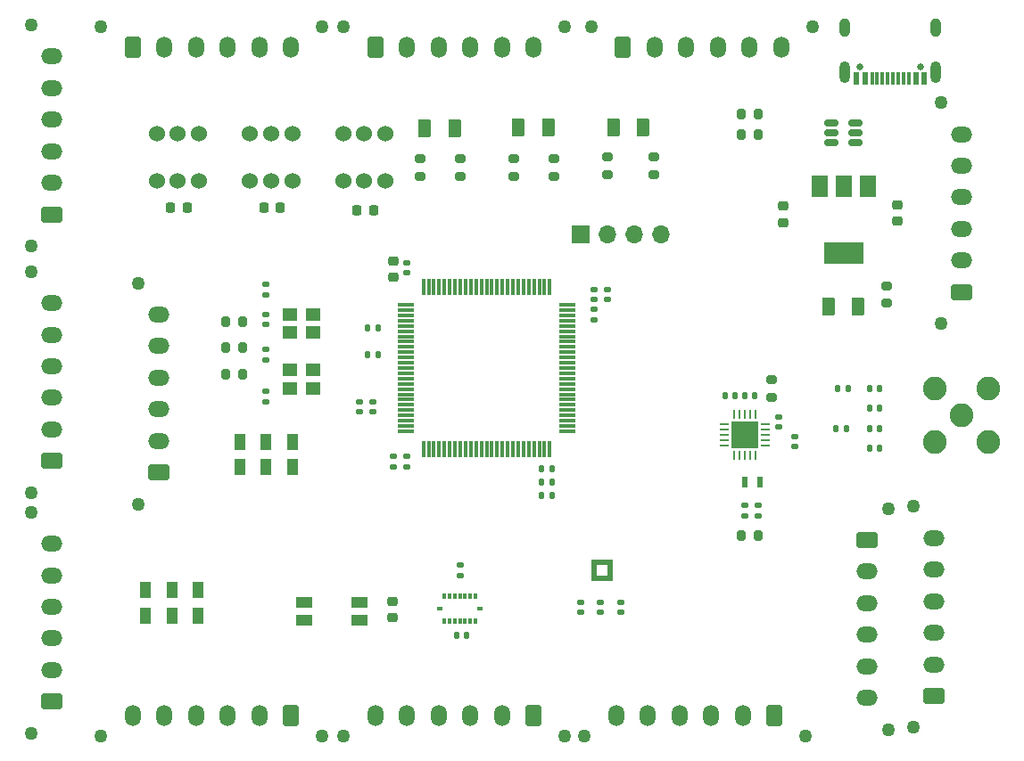
<source format=gbr>
%TF.GenerationSoftware,KiCad,Pcbnew,7.0.7*%
%TF.CreationDate,2023-09-06T20:36:42+03:00*%
%TF.ProjectId,apollo,61706f6c-6c6f-42e6-9b69-6361645f7063,rev?*%
%TF.SameCoordinates,Original*%
%TF.FileFunction,Soldermask,Top*%
%TF.FilePolarity,Negative*%
%FSLAX46Y46*%
G04 Gerber Fmt 4.6, Leading zero omitted, Abs format (unit mm)*
G04 Created by KiCad (PCBNEW 7.0.7) date 2023-09-06 20:36:42*
%MOMM*%
%LPD*%
G01*
G04 APERTURE LIST*
G04 Aperture macros list*
%AMRoundRect*
0 Rectangle with rounded corners*
0 $1 Rounding radius*
0 $2 $3 $4 $5 $6 $7 $8 $9 X,Y pos of 4 corners*
0 Add a 4 corners polygon primitive as box body*
4,1,4,$2,$3,$4,$5,$6,$7,$8,$9,$2,$3,0*
0 Add four circle primitives for the rounded corners*
1,1,$1+$1,$2,$3*
1,1,$1+$1,$4,$5*
1,1,$1+$1,$6,$7*
1,1,$1+$1,$8,$9*
0 Add four rect primitives between the rounded corners*
20,1,$1+$1,$2,$3,$4,$5,0*
20,1,$1+$1,$4,$5,$6,$7,0*
20,1,$1+$1,$6,$7,$8,$9,0*
20,1,$1+$1,$8,$9,$2,$3,0*%
G04 Aperture macros list end*
%ADD10C,0.010000*%
%ADD11RoundRect,0.140000X-0.170000X0.140000X-0.170000X-0.140000X0.170000X-0.140000X0.170000X0.140000X0*%
%ADD12C,1.270000*%
%ADD13RoundRect,0.250001X0.759999X-0.499999X0.759999X0.499999X-0.759999X0.499999X-0.759999X-0.499999X0*%
%ADD14O,2.020000X1.500000*%
%ADD15R,1.700000X1.700000*%
%ADD16O,1.700000X1.700000*%
%ADD17RoundRect,0.200000X-0.275000X0.200000X-0.275000X-0.200000X0.275000X-0.200000X0.275000X0.200000X0*%
%ADD18RoundRect,0.225000X-0.250000X0.225000X-0.250000X-0.225000X0.250000X-0.225000X0.250000X0.225000X0*%
%ADD19RoundRect,0.140000X0.140000X0.170000X-0.140000X0.170000X-0.140000X-0.170000X0.140000X-0.170000X0*%
%ADD20RoundRect,0.250001X-0.499999X-0.759999X0.499999X-0.759999X0.499999X0.759999X-0.499999X0.759999X0*%
%ADD21O,1.500000X2.020000*%
%ADD22O,1.000000X1.800000*%
%ADD23O,1.000000X2.100000*%
%ADD24R,0.600000X1.240000*%
%ADD25R,0.300000X1.240000*%
%ADD26C,0.650000*%
%ADD27R,0.600000X1.100000*%
%ADD28RoundRect,0.225000X-0.225000X-0.250000X0.225000X-0.250000X0.225000X0.250000X-0.225000X0.250000X0*%
%ADD29C,2.250000*%
%ADD30RoundRect,0.250001X0.499999X0.759999X-0.499999X0.759999X-0.499999X-0.759999X0.499999X-0.759999X0*%
%ADD31R,1.000000X1.600000*%
%ADD32RoundRect,0.200000X0.275000X-0.200000X0.275000X0.200000X-0.275000X0.200000X-0.275000X-0.200000X0*%
%ADD33C,1.524000*%
%ADD34RoundRect,0.140000X0.170000X-0.140000X0.170000X0.140000X-0.170000X0.140000X-0.170000X-0.140000X0*%
%ADD35RoundRect,0.075000X-0.725000X-0.075000X0.725000X-0.075000X0.725000X0.075000X-0.725000X0.075000X0*%
%ADD36RoundRect,0.075000X-0.075000X-0.725000X0.075000X-0.725000X0.075000X0.725000X-0.075000X0.725000X0*%
%ADD37RoundRect,0.140000X-0.140000X-0.170000X0.140000X-0.170000X0.140000X0.170000X-0.140000X0.170000X0*%
%ADD38RoundRect,0.250001X-0.759999X0.499999X-0.759999X-0.499999X0.759999X-0.499999X0.759999X0.499999X0*%
%ADD39RoundRect,0.250000X-0.375000X-0.625000X0.375000X-0.625000X0.375000X0.625000X-0.375000X0.625000X0*%
%ADD40RoundRect,0.147500X0.172500X-0.147500X0.172500X0.147500X-0.172500X0.147500X-0.172500X-0.147500X0*%
%ADD41R,1.400000X1.200000*%
%ADD42RoundRect,0.150000X-0.512500X-0.150000X0.512500X-0.150000X0.512500X0.150000X-0.512500X0.150000X0*%
%ADD43RoundRect,0.225000X0.250000X-0.225000X0.250000X0.225000X-0.250000X0.225000X-0.250000X-0.225000X0*%
%ADD44RoundRect,0.062500X-0.350000X-0.062500X0.350000X-0.062500X0.350000X0.062500X-0.350000X0.062500X0*%
%ADD45RoundRect,0.062500X-0.062500X-0.350000X0.062500X-0.350000X0.062500X0.350000X-0.062500X0.350000X0*%
%ADD46R,2.500000X2.500000*%
%ADD47RoundRect,0.147500X-0.147500X-0.172500X0.147500X-0.172500X0.147500X0.172500X-0.147500X0.172500X0*%
%ADD48RoundRect,0.200000X0.200000X0.275000X-0.200000X0.275000X-0.200000X-0.275000X0.200000X-0.275000X0*%
%ADD49R,0.350000X0.590000*%
%ADD50R,0.590000X0.350000*%
%ADD51R,1.500000X2.000000*%
%ADD52R,3.800000X2.000000*%
%ADD53R,1.550000X1.000000*%
%ADD54RoundRect,0.200000X-0.200000X-0.275000X0.200000X-0.275000X0.200000X0.275000X-0.200000X0.275000X0*%
%ADD55RoundRect,0.250000X0.375000X0.625000X-0.375000X0.625000X-0.375000X-0.625000X0.375000X-0.625000X0*%
G04 APERTURE END LIST*
%TO.C,U5*%
D10*
X172957500Y-112633750D02*
X172482500Y-112633750D01*
X172482500Y-112183750D01*
X172957500Y-112183750D01*
X172957500Y-112633750D01*
G36*
X172957500Y-112633750D02*
G01*
X172482500Y-112633750D01*
X172482500Y-112183750D01*
X172957500Y-112183750D01*
X172957500Y-112633750D01*
G37*
X172957500Y-113133750D02*
X172482500Y-113133750D01*
X172482500Y-112683750D01*
X172957500Y-112683750D01*
X172957500Y-113133750D01*
G36*
X172957500Y-113133750D02*
G01*
X172482500Y-113133750D01*
X172482500Y-112683750D01*
X172957500Y-112683750D01*
X172957500Y-113133750D01*
G37*
X172957500Y-113633750D02*
X172482500Y-113633750D01*
X172482500Y-113183750D01*
X172957500Y-113183750D01*
X172957500Y-113633750D01*
G36*
X172957500Y-113633750D02*
G01*
X172482500Y-113633750D01*
X172482500Y-113183750D01*
X172957500Y-113183750D01*
X172957500Y-113633750D01*
G37*
X172957500Y-114133750D02*
X172482500Y-114133750D01*
X172482500Y-113683750D01*
X172957500Y-113683750D01*
X172957500Y-114133750D01*
G36*
X172957500Y-114133750D02*
G01*
X172482500Y-114133750D01*
X172482500Y-113683750D01*
X172957500Y-113683750D01*
X172957500Y-114133750D01*
G37*
X173457500Y-112633750D02*
X173007500Y-112633750D01*
X173007500Y-112158750D01*
X173457500Y-112158750D01*
X173457500Y-112633750D01*
G36*
X173457500Y-112633750D02*
G01*
X173007500Y-112633750D01*
X173007500Y-112158750D01*
X173457500Y-112158750D01*
X173457500Y-112633750D01*
G37*
X173457500Y-114158750D02*
X173007500Y-114158750D01*
X173007500Y-113683750D01*
X173457500Y-113683750D01*
X173457500Y-114158750D01*
G36*
X173457500Y-114158750D02*
G01*
X173007500Y-114158750D01*
X173007500Y-113683750D01*
X173457500Y-113683750D01*
X173457500Y-114158750D01*
G37*
X173957500Y-112633750D02*
X173507500Y-112633750D01*
X173507500Y-112158750D01*
X173957500Y-112158750D01*
X173957500Y-112633750D01*
G36*
X173957500Y-112633750D02*
G01*
X173507500Y-112633750D01*
X173507500Y-112158750D01*
X173957500Y-112158750D01*
X173957500Y-112633750D01*
G37*
X173957500Y-114158750D02*
X173507500Y-114158750D01*
X173507500Y-113683750D01*
X173957500Y-113683750D01*
X173957500Y-114158750D01*
G36*
X173957500Y-114158750D02*
G01*
X173507500Y-114158750D01*
X173507500Y-113683750D01*
X173957500Y-113683750D01*
X173957500Y-114158750D01*
G37*
X174482500Y-112633750D02*
X174007500Y-112633750D01*
X174007500Y-112183750D01*
X174482500Y-112183750D01*
X174482500Y-112633750D01*
G36*
X174482500Y-112633750D02*
G01*
X174007500Y-112633750D01*
X174007500Y-112183750D01*
X174482500Y-112183750D01*
X174482500Y-112633750D01*
G37*
X174482500Y-113133750D02*
X174007500Y-113133750D01*
X174007500Y-112683750D01*
X174482500Y-112683750D01*
X174482500Y-113133750D01*
G36*
X174482500Y-113133750D02*
G01*
X174007500Y-113133750D01*
X174007500Y-112683750D01*
X174482500Y-112683750D01*
X174482500Y-113133750D01*
G37*
X174482500Y-113633750D02*
X174007500Y-113633750D01*
X174007500Y-113183750D01*
X174482500Y-113183750D01*
X174482500Y-113633750D01*
G36*
X174482500Y-113633750D02*
G01*
X174007500Y-113633750D01*
X174007500Y-113183750D01*
X174482500Y-113183750D01*
X174482500Y-113633750D01*
G37*
X174482500Y-114133750D02*
X174007500Y-114133750D01*
X174007500Y-113683750D01*
X174482500Y-113683750D01*
X174482500Y-114133750D01*
G36*
X174482500Y-114133750D02*
G01*
X174007500Y-114133750D01*
X174007500Y-113683750D01*
X174482500Y-113683750D01*
X174482500Y-114133750D01*
G37*
%TD*%
D11*
%TO.C,C30*%
X187080000Y-107032500D03*
X187080000Y-107992500D03*
%TD*%
%TO.C,C31*%
X188350000Y-107032500D03*
X188350000Y-107992500D03*
%TD*%
D12*
%TO.C,J9*%
X119325000Y-105805000D03*
X119325000Y-84805000D03*
D13*
X121285000Y-102805000D03*
D14*
X121285000Y-99805000D03*
X121285000Y-96805000D03*
X121285000Y-93805000D03*
X121285000Y-90805000D03*
X121285000Y-87805000D03*
%TD*%
D15*
%TO.C,J16*%
X171450000Y-81280000D03*
D16*
X173990000Y-81280000D03*
X176530000Y-81280000D03*
X179070000Y-81280000D03*
%TD*%
D17*
%TO.C,R15*%
X178435000Y-73915000D03*
X178435000Y-75565000D03*
%TD*%
D11*
%TO.C,C10*%
X141605000Y-92230000D03*
X141605000Y-93190000D03*
%TD*%
D18*
%TO.C,C13*%
X190730500Y-78600000D03*
X190730500Y-80150000D03*
%TD*%
D19*
%TO.C,C15*%
X168755000Y-106045000D03*
X167795000Y-106045000D03*
%TD*%
D12*
%TO.C,J11*%
X125970000Y-61540000D03*
X146970000Y-61540000D03*
D20*
X128970000Y-63500000D03*
D21*
X131970000Y-63500000D03*
X134970000Y-63500000D03*
X137970000Y-63500000D03*
X140970000Y-63500000D03*
X143970000Y-63500000D03*
%TD*%
D22*
%TO.C,J2*%
X196570500Y-61650000D03*
D23*
X196570500Y-65850000D03*
D22*
X205210500Y-61650000D03*
D23*
X205210500Y-65850000D03*
D24*
X204090500Y-66450000D03*
X203290500Y-66450000D03*
D25*
X202640500Y-66450000D03*
X201640500Y-66450000D03*
X200140500Y-66450000D03*
X199140500Y-66450000D03*
D24*
X198490500Y-66450000D03*
X197690500Y-66450000D03*
X197690500Y-66450000D03*
X198490500Y-66450000D03*
D25*
X199640500Y-66450000D03*
X200640500Y-66450000D03*
X201140500Y-66450000D03*
X202140500Y-66450000D03*
D24*
X203290500Y-66450000D03*
X204090500Y-66450000D03*
D26*
X198000500Y-65330000D03*
X203780500Y-65330000D03*
%TD*%
D27*
%TO.C,Y3*%
X187080000Y-104817500D03*
X188480000Y-104817500D03*
%TD*%
D12*
%TO.C,J15*%
X203090000Y-128140000D03*
X203090000Y-107140000D03*
D13*
X205050000Y-125140000D03*
D14*
X205050000Y-122140000D03*
X205050000Y-119140000D03*
X205050000Y-116140000D03*
X205050000Y-113140000D03*
X205050000Y-110140000D03*
%TD*%
D28*
%TO.C,C26*%
X150260000Y-78994000D03*
X151810000Y-78994000D03*
%TD*%
D29*
%TO.C,J5*%
X207645000Y-98425000D03*
X210185000Y-95885000D03*
X205105000Y-95885000D03*
X210185000Y-100965000D03*
X205105000Y-100965000D03*
%TD*%
D12*
%TO.C,J13*%
X170005000Y-128960000D03*
X149005000Y-128960000D03*
D30*
X167005000Y-127000000D03*
D21*
X164005000Y-127000000D03*
X161005000Y-127000000D03*
X158005000Y-127000000D03*
X155005000Y-127000000D03*
X152005000Y-127000000D03*
%TD*%
D31*
%TO.C,SW2*%
X144145000Y-103365000D03*
X141645000Y-103365000D03*
X139145000Y-103365000D03*
X144145000Y-100965000D03*
X141645000Y-100965000D03*
X139145000Y-100965000D03*
%TD*%
D19*
%TO.C,C33*%
X199870000Y-99695000D03*
X198910000Y-99695000D03*
%TD*%
D32*
%TO.C,R17*%
X160020000Y-75755000D03*
X160020000Y-74105000D03*
%TD*%
D17*
%TO.C,R13*%
X165100000Y-74105000D03*
X165100000Y-75755000D03*
%TD*%
D33*
%TO.C,SW4*%
X135255000Y-76200000D03*
X133255000Y-76200000D03*
X131255000Y-76200000D03*
X131255000Y-71700000D03*
X133255000Y-71700000D03*
X135255000Y-71700000D03*
%TD*%
D34*
%TO.C,C20*%
X160020000Y-113665000D03*
X160020000Y-112705000D03*
%TD*%
D35*
%TO.C,U1*%
X154885000Y-87980000D03*
X154885000Y-88480000D03*
X154885000Y-88980000D03*
X154885000Y-89480000D03*
X154885000Y-89980000D03*
X154885000Y-90480000D03*
X154885000Y-90980000D03*
X154885000Y-91480000D03*
X154885000Y-91980000D03*
X154885000Y-92480000D03*
X154885000Y-92980000D03*
X154885000Y-93480000D03*
X154885000Y-93980000D03*
X154885000Y-94480000D03*
X154885000Y-94980000D03*
X154885000Y-95480000D03*
X154885000Y-95980000D03*
X154885000Y-96480000D03*
X154885000Y-96980000D03*
X154885000Y-97480000D03*
X154885000Y-97980000D03*
X154885000Y-98480000D03*
X154885000Y-98980000D03*
X154885000Y-99480000D03*
X154885000Y-99980000D03*
D36*
X156560000Y-101655000D03*
X157060000Y-101655000D03*
X157560000Y-101655000D03*
X158060000Y-101655000D03*
X158560000Y-101655000D03*
X159060000Y-101655000D03*
X159560000Y-101655000D03*
X160060000Y-101655000D03*
X160560000Y-101655000D03*
X161060000Y-101655000D03*
X161560000Y-101655000D03*
X162060000Y-101655000D03*
X162560000Y-101655000D03*
X163060000Y-101655000D03*
X163560000Y-101655000D03*
X164060000Y-101655000D03*
X164560000Y-101655000D03*
X165060000Y-101655000D03*
X165560000Y-101655000D03*
X166060000Y-101655000D03*
X166560000Y-101655000D03*
X167060000Y-101655000D03*
X167560000Y-101655000D03*
X168060000Y-101655000D03*
X168560000Y-101655000D03*
D35*
X170235000Y-99980000D03*
X170235000Y-99480000D03*
X170235000Y-98980000D03*
X170235000Y-98480000D03*
X170235000Y-97980000D03*
X170235000Y-97480000D03*
X170235000Y-96980000D03*
X170235000Y-96480000D03*
X170235000Y-95980000D03*
X170235000Y-95480000D03*
X170235000Y-94980000D03*
X170235000Y-94480000D03*
X170235000Y-93980000D03*
X170235000Y-93480000D03*
X170235000Y-92980000D03*
X170235000Y-92480000D03*
X170235000Y-91980000D03*
X170235000Y-91480000D03*
X170235000Y-90980000D03*
X170235000Y-90480000D03*
X170235000Y-89980000D03*
X170235000Y-89480000D03*
X170235000Y-88980000D03*
X170235000Y-88480000D03*
X170235000Y-87980000D03*
D36*
X168560000Y-86305000D03*
X168060000Y-86305000D03*
X167560000Y-86305000D03*
X167060000Y-86305000D03*
X166560000Y-86305000D03*
X166060000Y-86305000D03*
X165560000Y-86305000D03*
X165060000Y-86305000D03*
X164560000Y-86305000D03*
X164060000Y-86305000D03*
X163560000Y-86305000D03*
X163060000Y-86305000D03*
X162560000Y-86305000D03*
X162060000Y-86305000D03*
X161560000Y-86305000D03*
X161060000Y-86305000D03*
X160560000Y-86305000D03*
X160060000Y-86305000D03*
X159560000Y-86305000D03*
X159060000Y-86305000D03*
X158560000Y-86305000D03*
X158060000Y-86305000D03*
X157560000Y-86305000D03*
X157060000Y-86305000D03*
X156560000Y-86305000D03*
%TD*%
D37*
%TO.C,C35*%
X198910000Y-97790000D03*
X199870000Y-97790000D03*
%TD*%
D12*
%TO.C,J12*%
X119325000Y-128665000D03*
X119325000Y-107665000D03*
D13*
X121285000Y-125665000D03*
D14*
X121285000Y-122665000D03*
X121285000Y-119665000D03*
X121285000Y-116665000D03*
X121285000Y-113665000D03*
X121285000Y-110665000D03*
%TD*%
D34*
%TO.C,C14*%
X153670000Y-103350000D03*
X153670000Y-102390000D03*
%TD*%
D11*
%TO.C,C2*%
X172720000Y-86515000D03*
X172720000Y-87475000D03*
%TD*%
D28*
%TO.C,C25*%
X141433000Y-78740000D03*
X142983000Y-78740000D03*
%TD*%
D12*
%TO.C,J14*%
X205685000Y-89755000D03*
X205685000Y-68755000D03*
D13*
X207645000Y-86755000D03*
D14*
X207645000Y-83755000D03*
X207645000Y-80755000D03*
X207645000Y-77755000D03*
X207645000Y-74755000D03*
X207645000Y-71755000D03*
%TD*%
D11*
%TO.C,33pF1*%
X141605000Y-96195000D03*
X141605000Y-97155000D03*
%TD*%
D19*
%TO.C,C34*%
X199870000Y-101600000D03*
X198910000Y-101600000D03*
%TD*%
D12*
%TO.C,J7*%
X200660000Y-107315000D03*
X200660000Y-128315000D03*
D38*
X198700000Y-110315000D03*
D14*
X198700000Y-113315000D03*
X198700000Y-116315000D03*
X198700000Y-119315000D03*
X198700000Y-122315000D03*
X198700000Y-125315000D03*
%TD*%
D11*
%TO.C,C23*%
X173355000Y-116206250D03*
X173355000Y-117166250D03*
%TD*%
D17*
%TO.C,R1*%
X200560750Y-86154750D03*
X200560750Y-87804750D03*
%TD*%
D39*
%TO.C,D7*%
X156715000Y-71187000D03*
X159515000Y-71187000D03*
%TD*%
D34*
%TO.C,C1*%
X154940000Y-83960000D03*
X154940000Y-84920000D03*
%TD*%
D40*
%TO.C,L1*%
X191770000Y-101450000D03*
X191770000Y-100480000D03*
%TD*%
D19*
%TO.C,C5*%
X152245000Y-92710000D03*
X151285000Y-92710000D03*
%TD*%
D17*
%TO.C,R14*%
X173990000Y-73915000D03*
X173990000Y-75565000D03*
%TD*%
D41*
%TO.C,Y1*%
X143850000Y-90590000D03*
X146050000Y-90590000D03*
X146050000Y-88890000D03*
X143850000Y-88890000D03*
%TD*%
D12*
%TO.C,J3*%
X149005000Y-61540000D03*
X170005000Y-61540000D03*
D20*
X152005000Y-63500000D03*
D21*
X155005000Y-63500000D03*
X158005000Y-63500000D03*
X161005000Y-63500000D03*
X164005000Y-63500000D03*
X167005000Y-63500000D03*
%TD*%
D42*
%TO.C,U4*%
X195308000Y-70665000D03*
X195308000Y-71615000D03*
X195308000Y-72565000D03*
X197583000Y-72565000D03*
X197583000Y-71615000D03*
X197583000Y-70665000D03*
%TD*%
D11*
%TO.C,C9*%
X141605000Y-86035000D03*
X141605000Y-86995000D03*
%TD*%
D43*
%TO.C,C12*%
X201525500Y-80010000D03*
X201525500Y-78460000D03*
%TD*%
D44*
%TO.C,U6*%
X185142500Y-99340000D03*
X185142500Y-99840000D03*
X185142500Y-100340000D03*
X185142500Y-100840000D03*
X185142500Y-101340000D03*
D45*
X186080000Y-102277500D03*
X186580000Y-102277500D03*
X187080000Y-102277500D03*
X187580000Y-102277500D03*
X188080000Y-102277500D03*
D44*
X189017500Y-101340000D03*
X189017500Y-100840000D03*
X189017500Y-100340000D03*
X189017500Y-99840000D03*
X189017500Y-99340000D03*
D45*
X188080000Y-98402500D03*
X187580000Y-98402500D03*
X187080000Y-98402500D03*
X186580000Y-98402500D03*
X186080000Y-98402500D03*
D46*
X187080000Y-100340000D03*
%TD*%
D12*
%TO.C,J10*%
X119325000Y-82375000D03*
X119325000Y-61375000D03*
D13*
X121285000Y-79375000D03*
D14*
X121285000Y-76375000D03*
X121285000Y-73375000D03*
X121285000Y-70375000D03*
X121285000Y-67375000D03*
X121285000Y-64375000D03*
%TD*%
D47*
%TO.C,L2*%
X195730000Y-99695000D03*
X196700000Y-99695000D03*
%TD*%
D33*
%TO.C,SW5*%
X144113000Y-76200000D03*
X142113000Y-76200000D03*
X140113000Y-76200000D03*
X140113000Y-71700000D03*
X142113000Y-71700000D03*
X144113000Y-71700000D03*
%TD*%
D48*
%TO.C,R3*%
X188340000Y-69850000D03*
X186690000Y-69850000D03*
%TD*%
D17*
%TO.C,R16*%
X168910000Y-74105000D03*
X168910000Y-75755000D03*
%TD*%
D19*
%TO.C,C3*%
X152245000Y-90170000D03*
X151285000Y-90170000D03*
%TD*%
D34*
%TO.C,C6*%
X154940000Y-103350000D03*
X154940000Y-102390000D03*
%TD*%
D49*
%TO.C,U3*%
X161520000Y-118005000D03*
X161020000Y-118005000D03*
X160520000Y-118005000D03*
X160020000Y-118005000D03*
X159520000Y-118005000D03*
X159020000Y-118005000D03*
X158520000Y-118005000D03*
D50*
X158105000Y-116840000D03*
D49*
X158520000Y-115675000D03*
X159020000Y-115675000D03*
X159520000Y-115675000D03*
X160020000Y-115675000D03*
X160520000Y-115675000D03*
X161020000Y-115675000D03*
X161520000Y-115675000D03*
D50*
X161935000Y-116840000D03*
%TD*%
D19*
%TO.C,C7*%
X168755000Y-104775000D03*
X167795000Y-104775000D03*
%TD*%
D17*
%TO.C,R12*%
X156210000Y-74105000D03*
X156210000Y-75755000D03*
%TD*%
D33*
%TO.C,SW6*%
X152940000Y-76200000D03*
X150940000Y-76200000D03*
X148940000Y-76200000D03*
X148940000Y-71700000D03*
X150940000Y-71700000D03*
X152940000Y-71700000D03*
%TD*%
D51*
%TO.C,U2*%
X198745500Y-76720000D03*
X196445500Y-76720000D03*
D52*
X196445500Y-83020000D03*
D51*
X194145500Y-76720000D03*
%TD*%
D43*
%TO.C,C11*%
X153585000Y-117690000D03*
X153585000Y-116140000D03*
%TD*%
D53*
%TO.C,SW1*%
X145245000Y-116205000D03*
X150495000Y-116205000D03*
X145245000Y-117905000D03*
X150495000Y-117905000D03*
%TD*%
D37*
%TO.C,C32*%
X198910000Y-95885000D03*
X199870000Y-95885000D03*
%TD*%
D39*
%TO.C,D5*%
X174625000Y-71120000D03*
X177425000Y-71120000D03*
%TD*%
D11*
%TO.C,C17*%
X172720000Y-88420000D03*
X172720000Y-89380000D03*
%TD*%
%TO.C,C36*%
X175260000Y-116206250D03*
X175260000Y-117166250D03*
%TD*%
D12*
%TO.C,J4*%
X129485000Y-106900000D03*
X129485000Y-85900000D03*
D13*
X131445000Y-103900000D03*
D14*
X131445000Y-100900000D03*
X131445000Y-97900000D03*
X131445000Y-94900000D03*
X131445000Y-91900000D03*
X131445000Y-88900000D03*
%TD*%
D34*
%TO.C,C22*%
X171450000Y-117166250D03*
X171450000Y-116206250D03*
%TD*%
D54*
%TO.C,R5*%
X137795000Y-92045000D03*
X139445000Y-92045000D03*
%TD*%
%TO.C,R10*%
X186690000Y-109855000D03*
X188340000Y-109855000D03*
%TD*%
D19*
%TO.C,C21*%
X160655000Y-119380000D03*
X159695000Y-119380000D03*
%TD*%
D12*
%TO.C,J8*%
X192865000Y-128960000D03*
X171865000Y-128960000D03*
D30*
X189865000Y-127000000D03*
D21*
X186865000Y-127000000D03*
X183865000Y-127000000D03*
X180865000Y-127000000D03*
X177865000Y-127000000D03*
X174865000Y-127000000D03*
%TD*%
D55*
%TO.C,D1*%
X197845500Y-88125000D03*
X195045500Y-88125000D03*
%TD*%
D34*
%TO.C,33pF2*%
X141605000Y-89860000D03*
X141605000Y-88900000D03*
%TD*%
D39*
%TO.C,D6*%
X165605000Y-71120000D03*
X168405000Y-71120000D03*
%TD*%
D43*
%TO.C,C8*%
X153670000Y-83820000D03*
X153670000Y-85370000D03*
%TD*%
D11*
%TO.C,C4*%
X173990000Y-86515000D03*
X173990000Y-87475000D03*
%TD*%
D48*
%TO.C,R2*%
X188340000Y-71755000D03*
X186690000Y-71755000D03*
%TD*%
D47*
%TO.C,L3*%
X195880000Y-95885000D03*
X196850000Y-95885000D03*
%TD*%
D32*
%TO.C,R11*%
X189620000Y-95102500D03*
X189620000Y-96752500D03*
%TD*%
D54*
%TO.C,R6*%
X137795000Y-94555000D03*
X139445000Y-94555000D03*
%TD*%
D19*
%TO.C,C28*%
X186135000Y-96562500D03*
X185175000Y-96562500D03*
%TD*%
D11*
%TO.C,C27*%
X190255000Y-99582500D03*
X190255000Y-98622500D03*
%TD*%
D12*
%TO.C,J1*%
X146970000Y-128960000D03*
X125970000Y-128960000D03*
D30*
X143970000Y-127000000D03*
D21*
X140970000Y-127000000D03*
X137970000Y-127000000D03*
X134970000Y-127000000D03*
X131970000Y-127000000D03*
X128970000Y-127000000D03*
%TD*%
D34*
%TO.C,C18*%
X151765000Y-98115000D03*
X151765000Y-97155000D03*
%TD*%
D19*
%TO.C,C16*%
X168755000Y-103505000D03*
X167795000Y-103505000D03*
%TD*%
D11*
%TO.C,C19*%
X150495000Y-97155000D03*
X150495000Y-98115000D03*
%TD*%
D31*
%TO.C,SW3*%
X130175000Y-115075000D03*
X132675000Y-115075000D03*
X135175000Y-115075000D03*
X130175000Y-117475000D03*
X132675000Y-117475000D03*
X135175000Y-117475000D03*
%TD*%
D12*
%TO.C,J6*%
X172500000Y-61540000D03*
X193500000Y-61540000D03*
D20*
X175500000Y-63500000D03*
D21*
X178500000Y-63500000D03*
X181500000Y-63500000D03*
X184500000Y-63500000D03*
X187500000Y-63500000D03*
X190500000Y-63500000D03*
%TD*%
D37*
%TO.C,C29*%
X187080000Y-96562500D03*
X188040000Y-96562500D03*
%TD*%
D28*
%TO.C,C24*%
X132575000Y-78740000D03*
X134125000Y-78740000D03*
%TD*%
D54*
%TO.C,R4*%
X137795000Y-89535000D03*
X139445000Y-89535000D03*
%TD*%
D41*
%TO.C,Y2*%
X143850000Y-95885000D03*
X146050000Y-95885000D03*
X146050000Y-94185000D03*
X143850000Y-94185000D03*
%TD*%
M02*

</source>
